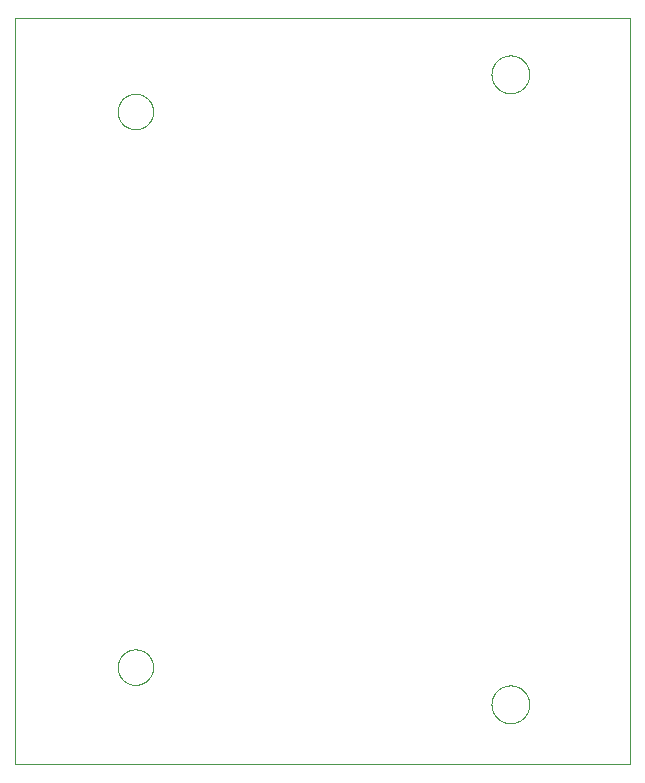
<source format=gbp>
G75*
%MOIN*%
%OFA0B0*%
%FSLAX25Y25*%
%IPPOS*%
%LPD*%
%AMOC8*
5,1,8,0,0,1.08239X$1,22.5*
%
%ADD10C,0.00000*%
D10*
X0030619Y0001000D02*
X0030619Y0249701D01*
X0235540Y0249701D01*
X0235540Y0001000D01*
X0030619Y0001000D01*
X0064713Y0033402D02*
X0064715Y0033555D01*
X0064721Y0033709D01*
X0064731Y0033862D01*
X0064745Y0034014D01*
X0064763Y0034167D01*
X0064785Y0034318D01*
X0064810Y0034469D01*
X0064840Y0034620D01*
X0064874Y0034770D01*
X0064911Y0034918D01*
X0064952Y0035066D01*
X0064997Y0035212D01*
X0065046Y0035358D01*
X0065099Y0035502D01*
X0065155Y0035644D01*
X0065215Y0035785D01*
X0065279Y0035925D01*
X0065346Y0036063D01*
X0065417Y0036199D01*
X0065492Y0036333D01*
X0065569Y0036465D01*
X0065651Y0036595D01*
X0065735Y0036723D01*
X0065823Y0036849D01*
X0065914Y0036972D01*
X0066008Y0037093D01*
X0066106Y0037211D01*
X0066206Y0037327D01*
X0066310Y0037440D01*
X0066416Y0037551D01*
X0066525Y0037659D01*
X0066637Y0037764D01*
X0066751Y0037865D01*
X0066869Y0037964D01*
X0066988Y0038060D01*
X0067110Y0038153D01*
X0067235Y0038242D01*
X0067362Y0038329D01*
X0067491Y0038411D01*
X0067622Y0038491D01*
X0067755Y0038567D01*
X0067890Y0038640D01*
X0068027Y0038709D01*
X0068166Y0038774D01*
X0068306Y0038836D01*
X0068448Y0038894D01*
X0068591Y0038949D01*
X0068736Y0039000D01*
X0068882Y0039047D01*
X0069029Y0039090D01*
X0069177Y0039129D01*
X0069326Y0039165D01*
X0069476Y0039196D01*
X0069627Y0039224D01*
X0069778Y0039248D01*
X0069931Y0039268D01*
X0070083Y0039284D01*
X0070236Y0039296D01*
X0070389Y0039304D01*
X0070542Y0039308D01*
X0070696Y0039308D01*
X0070849Y0039304D01*
X0071002Y0039296D01*
X0071155Y0039284D01*
X0071307Y0039268D01*
X0071460Y0039248D01*
X0071611Y0039224D01*
X0071762Y0039196D01*
X0071912Y0039165D01*
X0072061Y0039129D01*
X0072209Y0039090D01*
X0072356Y0039047D01*
X0072502Y0039000D01*
X0072647Y0038949D01*
X0072790Y0038894D01*
X0072932Y0038836D01*
X0073072Y0038774D01*
X0073211Y0038709D01*
X0073348Y0038640D01*
X0073483Y0038567D01*
X0073616Y0038491D01*
X0073747Y0038411D01*
X0073876Y0038329D01*
X0074003Y0038242D01*
X0074128Y0038153D01*
X0074250Y0038060D01*
X0074369Y0037964D01*
X0074487Y0037865D01*
X0074601Y0037764D01*
X0074713Y0037659D01*
X0074822Y0037551D01*
X0074928Y0037440D01*
X0075032Y0037327D01*
X0075132Y0037211D01*
X0075230Y0037093D01*
X0075324Y0036972D01*
X0075415Y0036849D01*
X0075503Y0036723D01*
X0075587Y0036595D01*
X0075669Y0036465D01*
X0075746Y0036333D01*
X0075821Y0036199D01*
X0075892Y0036063D01*
X0075959Y0035925D01*
X0076023Y0035785D01*
X0076083Y0035644D01*
X0076139Y0035502D01*
X0076192Y0035358D01*
X0076241Y0035212D01*
X0076286Y0035066D01*
X0076327Y0034918D01*
X0076364Y0034770D01*
X0076398Y0034620D01*
X0076428Y0034469D01*
X0076453Y0034318D01*
X0076475Y0034167D01*
X0076493Y0034014D01*
X0076507Y0033862D01*
X0076517Y0033709D01*
X0076523Y0033555D01*
X0076525Y0033402D01*
X0076523Y0033249D01*
X0076517Y0033095D01*
X0076507Y0032942D01*
X0076493Y0032790D01*
X0076475Y0032637D01*
X0076453Y0032486D01*
X0076428Y0032335D01*
X0076398Y0032184D01*
X0076364Y0032034D01*
X0076327Y0031886D01*
X0076286Y0031738D01*
X0076241Y0031592D01*
X0076192Y0031446D01*
X0076139Y0031302D01*
X0076083Y0031160D01*
X0076023Y0031019D01*
X0075959Y0030879D01*
X0075892Y0030741D01*
X0075821Y0030605D01*
X0075746Y0030471D01*
X0075669Y0030339D01*
X0075587Y0030209D01*
X0075503Y0030081D01*
X0075415Y0029955D01*
X0075324Y0029832D01*
X0075230Y0029711D01*
X0075132Y0029593D01*
X0075032Y0029477D01*
X0074928Y0029364D01*
X0074822Y0029253D01*
X0074713Y0029145D01*
X0074601Y0029040D01*
X0074487Y0028939D01*
X0074369Y0028840D01*
X0074250Y0028744D01*
X0074128Y0028651D01*
X0074003Y0028562D01*
X0073876Y0028475D01*
X0073747Y0028393D01*
X0073616Y0028313D01*
X0073483Y0028237D01*
X0073348Y0028164D01*
X0073211Y0028095D01*
X0073072Y0028030D01*
X0072932Y0027968D01*
X0072790Y0027910D01*
X0072647Y0027855D01*
X0072502Y0027804D01*
X0072356Y0027757D01*
X0072209Y0027714D01*
X0072061Y0027675D01*
X0071912Y0027639D01*
X0071762Y0027608D01*
X0071611Y0027580D01*
X0071460Y0027556D01*
X0071307Y0027536D01*
X0071155Y0027520D01*
X0071002Y0027508D01*
X0070849Y0027500D01*
X0070696Y0027496D01*
X0070542Y0027496D01*
X0070389Y0027500D01*
X0070236Y0027508D01*
X0070083Y0027520D01*
X0069931Y0027536D01*
X0069778Y0027556D01*
X0069627Y0027580D01*
X0069476Y0027608D01*
X0069326Y0027639D01*
X0069177Y0027675D01*
X0069029Y0027714D01*
X0068882Y0027757D01*
X0068736Y0027804D01*
X0068591Y0027855D01*
X0068448Y0027910D01*
X0068306Y0027968D01*
X0068166Y0028030D01*
X0068027Y0028095D01*
X0067890Y0028164D01*
X0067755Y0028237D01*
X0067622Y0028313D01*
X0067491Y0028393D01*
X0067362Y0028475D01*
X0067235Y0028562D01*
X0067110Y0028651D01*
X0066988Y0028744D01*
X0066869Y0028840D01*
X0066751Y0028939D01*
X0066637Y0029040D01*
X0066525Y0029145D01*
X0066416Y0029253D01*
X0066310Y0029364D01*
X0066206Y0029477D01*
X0066106Y0029593D01*
X0066008Y0029711D01*
X0065914Y0029832D01*
X0065823Y0029955D01*
X0065735Y0030081D01*
X0065651Y0030209D01*
X0065569Y0030339D01*
X0065492Y0030471D01*
X0065417Y0030605D01*
X0065346Y0030741D01*
X0065279Y0030879D01*
X0065215Y0031019D01*
X0065155Y0031160D01*
X0065099Y0031302D01*
X0065046Y0031446D01*
X0064997Y0031592D01*
X0064952Y0031738D01*
X0064911Y0031886D01*
X0064874Y0032034D01*
X0064840Y0032184D01*
X0064810Y0032335D01*
X0064785Y0032486D01*
X0064763Y0032637D01*
X0064745Y0032790D01*
X0064731Y0032942D01*
X0064721Y0033095D01*
X0064715Y0033249D01*
X0064713Y0033402D01*
X0189320Y0021000D02*
X0189322Y0021158D01*
X0189328Y0021316D01*
X0189338Y0021474D01*
X0189352Y0021632D01*
X0189370Y0021789D01*
X0189391Y0021946D01*
X0189417Y0022102D01*
X0189447Y0022258D01*
X0189480Y0022413D01*
X0189518Y0022566D01*
X0189559Y0022719D01*
X0189604Y0022871D01*
X0189653Y0023022D01*
X0189706Y0023171D01*
X0189762Y0023319D01*
X0189822Y0023465D01*
X0189886Y0023610D01*
X0189954Y0023753D01*
X0190025Y0023895D01*
X0190099Y0024035D01*
X0190177Y0024172D01*
X0190259Y0024308D01*
X0190343Y0024442D01*
X0190432Y0024573D01*
X0190523Y0024702D01*
X0190618Y0024829D01*
X0190715Y0024954D01*
X0190816Y0025076D01*
X0190920Y0025195D01*
X0191027Y0025312D01*
X0191137Y0025426D01*
X0191250Y0025537D01*
X0191365Y0025646D01*
X0191483Y0025751D01*
X0191604Y0025853D01*
X0191727Y0025953D01*
X0191853Y0026049D01*
X0191981Y0026142D01*
X0192111Y0026232D01*
X0192244Y0026318D01*
X0192379Y0026402D01*
X0192515Y0026481D01*
X0192654Y0026558D01*
X0192795Y0026630D01*
X0192937Y0026700D01*
X0193081Y0026765D01*
X0193227Y0026827D01*
X0193374Y0026885D01*
X0193523Y0026940D01*
X0193673Y0026991D01*
X0193824Y0027038D01*
X0193976Y0027081D01*
X0194129Y0027120D01*
X0194284Y0027156D01*
X0194439Y0027187D01*
X0194595Y0027215D01*
X0194751Y0027239D01*
X0194908Y0027259D01*
X0195066Y0027275D01*
X0195223Y0027287D01*
X0195382Y0027295D01*
X0195540Y0027299D01*
X0195698Y0027299D01*
X0195856Y0027295D01*
X0196015Y0027287D01*
X0196172Y0027275D01*
X0196330Y0027259D01*
X0196487Y0027239D01*
X0196643Y0027215D01*
X0196799Y0027187D01*
X0196954Y0027156D01*
X0197109Y0027120D01*
X0197262Y0027081D01*
X0197414Y0027038D01*
X0197565Y0026991D01*
X0197715Y0026940D01*
X0197864Y0026885D01*
X0198011Y0026827D01*
X0198157Y0026765D01*
X0198301Y0026700D01*
X0198443Y0026630D01*
X0198584Y0026558D01*
X0198723Y0026481D01*
X0198859Y0026402D01*
X0198994Y0026318D01*
X0199127Y0026232D01*
X0199257Y0026142D01*
X0199385Y0026049D01*
X0199511Y0025953D01*
X0199634Y0025853D01*
X0199755Y0025751D01*
X0199873Y0025646D01*
X0199988Y0025537D01*
X0200101Y0025426D01*
X0200211Y0025312D01*
X0200318Y0025195D01*
X0200422Y0025076D01*
X0200523Y0024954D01*
X0200620Y0024829D01*
X0200715Y0024702D01*
X0200806Y0024573D01*
X0200895Y0024442D01*
X0200979Y0024308D01*
X0201061Y0024172D01*
X0201139Y0024035D01*
X0201213Y0023895D01*
X0201284Y0023753D01*
X0201352Y0023610D01*
X0201416Y0023465D01*
X0201476Y0023319D01*
X0201532Y0023171D01*
X0201585Y0023022D01*
X0201634Y0022871D01*
X0201679Y0022719D01*
X0201720Y0022566D01*
X0201758Y0022413D01*
X0201791Y0022258D01*
X0201821Y0022102D01*
X0201847Y0021946D01*
X0201868Y0021789D01*
X0201886Y0021632D01*
X0201900Y0021474D01*
X0201910Y0021316D01*
X0201916Y0021158D01*
X0201918Y0021000D01*
X0201916Y0020842D01*
X0201910Y0020684D01*
X0201900Y0020526D01*
X0201886Y0020368D01*
X0201868Y0020211D01*
X0201847Y0020054D01*
X0201821Y0019898D01*
X0201791Y0019742D01*
X0201758Y0019587D01*
X0201720Y0019434D01*
X0201679Y0019281D01*
X0201634Y0019129D01*
X0201585Y0018978D01*
X0201532Y0018829D01*
X0201476Y0018681D01*
X0201416Y0018535D01*
X0201352Y0018390D01*
X0201284Y0018247D01*
X0201213Y0018105D01*
X0201139Y0017965D01*
X0201061Y0017828D01*
X0200979Y0017692D01*
X0200895Y0017558D01*
X0200806Y0017427D01*
X0200715Y0017298D01*
X0200620Y0017171D01*
X0200523Y0017046D01*
X0200422Y0016924D01*
X0200318Y0016805D01*
X0200211Y0016688D01*
X0200101Y0016574D01*
X0199988Y0016463D01*
X0199873Y0016354D01*
X0199755Y0016249D01*
X0199634Y0016147D01*
X0199511Y0016047D01*
X0199385Y0015951D01*
X0199257Y0015858D01*
X0199127Y0015768D01*
X0198994Y0015682D01*
X0198859Y0015598D01*
X0198723Y0015519D01*
X0198584Y0015442D01*
X0198443Y0015370D01*
X0198301Y0015300D01*
X0198157Y0015235D01*
X0198011Y0015173D01*
X0197864Y0015115D01*
X0197715Y0015060D01*
X0197565Y0015009D01*
X0197414Y0014962D01*
X0197262Y0014919D01*
X0197109Y0014880D01*
X0196954Y0014844D01*
X0196799Y0014813D01*
X0196643Y0014785D01*
X0196487Y0014761D01*
X0196330Y0014741D01*
X0196172Y0014725D01*
X0196015Y0014713D01*
X0195856Y0014705D01*
X0195698Y0014701D01*
X0195540Y0014701D01*
X0195382Y0014705D01*
X0195223Y0014713D01*
X0195066Y0014725D01*
X0194908Y0014741D01*
X0194751Y0014761D01*
X0194595Y0014785D01*
X0194439Y0014813D01*
X0194284Y0014844D01*
X0194129Y0014880D01*
X0193976Y0014919D01*
X0193824Y0014962D01*
X0193673Y0015009D01*
X0193523Y0015060D01*
X0193374Y0015115D01*
X0193227Y0015173D01*
X0193081Y0015235D01*
X0192937Y0015300D01*
X0192795Y0015370D01*
X0192654Y0015442D01*
X0192515Y0015519D01*
X0192379Y0015598D01*
X0192244Y0015682D01*
X0192111Y0015768D01*
X0191981Y0015858D01*
X0191853Y0015951D01*
X0191727Y0016047D01*
X0191604Y0016147D01*
X0191483Y0016249D01*
X0191365Y0016354D01*
X0191250Y0016463D01*
X0191137Y0016574D01*
X0191027Y0016688D01*
X0190920Y0016805D01*
X0190816Y0016924D01*
X0190715Y0017046D01*
X0190618Y0017171D01*
X0190523Y0017298D01*
X0190432Y0017427D01*
X0190343Y0017558D01*
X0190259Y0017692D01*
X0190177Y0017828D01*
X0190099Y0017965D01*
X0190025Y0018105D01*
X0189954Y0018247D01*
X0189886Y0018390D01*
X0189822Y0018535D01*
X0189762Y0018681D01*
X0189706Y0018829D01*
X0189653Y0018978D01*
X0189604Y0019129D01*
X0189559Y0019281D01*
X0189518Y0019434D01*
X0189480Y0019587D01*
X0189447Y0019742D01*
X0189417Y0019898D01*
X0189391Y0020054D01*
X0189370Y0020211D01*
X0189352Y0020368D01*
X0189338Y0020526D01*
X0189328Y0020684D01*
X0189322Y0020842D01*
X0189320Y0021000D01*
X0064713Y0218598D02*
X0064715Y0218751D01*
X0064721Y0218905D01*
X0064731Y0219058D01*
X0064745Y0219210D01*
X0064763Y0219363D01*
X0064785Y0219514D01*
X0064810Y0219665D01*
X0064840Y0219816D01*
X0064874Y0219966D01*
X0064911Y0220114D01*
X0064952Y0220262D01*
X0064997Y0220408D01*
X0065046Y0220554D01*
X0065099Y0220698D01*
X0065155Y0220840D01*
X0065215Y0220981D01*
X0065279Y0221121D01*
X0065346Y0221259D01*
X0065417Y0221395D01*
X0065492Y0221529D01*
X0065569Y0221661D01*
X0065651Y0221791D01*
X0065735Y0221919D01*
X0065823Y0222045D01*
X0065914Y0222168D01*
X0066008Y0222289D01*
X0066106Y0222407D01*
X0066206Y0222523D01*
X0066310Y0222636D01*
X0066416Y0222747D01*
X0066525Y0222855D01*
X0066637Y0222960D01*
X0066751Y0223061D01*
X0066869Y0223160D01*
X0066988Y0223256D01*
X0067110Y0223349D01*
X0067235Y0223438D01*
X0067362Y0223525D01*
X0067491Y0223607D01*
X0067622Y0223687D01*
X0067755Y0223763D01*
X0067890Y0223836D01*
X0068027Y0223905D01*
X0068166Y0223970D01*
X0068306Y0224032D01*
X0068448Y0224090D01*
X0068591Y0224145D01*
X0068736Y0224196D01*
X0068882Y0224243D01*
X0069029Y0224286D01*
X0069177Y0224325D01*
X0069326Y0224361D01*
X0069476Y0224392D01*
X0069627Y0224420D01*
X0069778Y0224444D01*
X0069931Y0224464D01*
X0070083Y0224480D01*
X0070236Y0224492D01*
X0070389Y0224500D01*
X0070542Y0224504D01*
X0070696Y0224504D01*
X0070849Y0224500D01*
X0071002Y0224492D01*
X0071155Y0224480D01*
X0071307Y0224464D01*
X0071460Y0224444D01*
X0071611Y0224420D01*
X0071762Y0224392D01*
X0071912Y0224361D01*
X0072061Y0224325D01*
X0072209Y0224286D01*
X0072356Y0224243D01*
X0072502Y0224196D01*
X0072647Y0224145D01*
X0072790Y0224090D01*
X0072932Y0224032D01*
X0073072Y0223970D01*
X0073211Y0223905D01*
X0073348Y0223836D01*
X0073483Y0223763D01*
X0073616Y0223687D01*
X0073747Y0223607D01*
X0073876Y0223525D01*
X0074003Y0223438D01*
X0074128Y0223349D01*
X0074250Y0223256D01*
X0074369Y0223160D01*
X0074487Y0223061D01*
X0074601Y0222960D01*
X0074713Y0222855D01*
X0074822Y0222747D01*
X0074928Y0222636D01*
X0075032Y0222523D01*
X0075132Y0222407D01*
X0075230Y0222289D01*
X0075324Y0222168D01*
X0075415Y0222045D01*
X0075503Y0221919D01*
X0075587Y0221791D01*
X0075669Y0221661D01*
X0075746Y0221529D01*
X0075821Y0221395D01*
X0075892Y0221259D01*
X0075959Y0221121D01*
X0076023Y0220981D01*
X0076083Y0220840D01*
X0076139Y0220698D01*
X0076192Y0220554D01*
X0076241Y0220408D01*
X0076286Y0220262D01*
X0076327Y0220114D01*
X0076364Y0219966D01*
X0076398Y0219816D01*
X0076428Y0219665D01*
X0076453Y0219514D01*
X0076475Y0219363D01*
X0076493Y0219210D01*
X0076507Y0219058D01*
X0076517Y0218905D01*
X0076523Y0218751D01*
X0076525Y0218598D01*
X0076523Y0218445D01*
X0076517Y0218291D01*
X0076507Y0218138D01*
X0076493Y0217986D01*
X0076475Y0217833D01*
X0076453Y0217682D01*
X0076428Y0217531D01*
X0076398Y0217380D01*
X0076364Y0217230D01*
X0076327Y0217082D01*
X0076286Y0216934D01*
X0076241Y0216788D01*
X0076192Y0216642D01*
X0076139Y0216498D01*
X0076083Y0216356D01*
X0076023Y0216215D01*
X0075959Y0216075D01*
X0075892Y0215937D01*
X0075821Y0215801D01*
X0075746Y0215667D01*
X0075669Y0215535D01*
X0075587Y0215405D01*
X0075503Y0215277D01*
X0075415Y0215151D01*
X0075324Y0215028D01*
X0075230Y0214907D01*
X0075132Y0214789D01*
X0075032Y0214673D01*
X0074928Y0214560D01*
X0074822Y0214449D01*
X0074713Y0214341D01*
X0074601Y0214236D01*
X0074487Y0214135D01*
X0074369Y0214036D01*
X0074250Y0213940D01*
X0074128Y0213847D01*
X0074003Y0213758D01*
X0073876Y0213671D01*
X0073747Y0213589D01*
X0073616Y0213509D01*
X0073483Y0213433D01*
X0073348Y0213360D01*
X0073211Y0213291D01*
X0073072Y0213226D01*
X0072932Y0213164D01*
X0072790Y0213106D01*
X0072647Y0213051D01*
X0072502Y0213000D01*
X0072356Y0212953D01*
X0072209Y0212910D01*
X0072061Y0212871D01*
X0071912Y0212835D01*
X0071762Y0212804D01*
X0071611Y0212776D01*
X0071460Y0212752D01*
X0071307Y0212732D01*
X0071155Y0212716D01*
X0071002Y0212704D01*
X0070849Y0212696D01*
X0070696Y0212692D01*
X0070542Y0212692D01*
X0070389Y0212696D01*
X0070236Y0212704D01*
X0070083Y0212716D01*
X0069931Y0212732D01*
X0069778Y0212752D01*
X0069627Y0212776D01*
X0069476Y0212804D01*
X0069326Y0212835D01*
X0069177Y0212871D01*
X0069029Y0212910D01*
X0068882Y0212953D01*
X0068736Y0213000D01*
X0068591Y0213051D01*
X0068448Y0213106D01*
X0068306Y0213164D01*
X0068166Y0213226D01*
X0068027Y0213291D01*
X0067890Y0213360D01*
X0067755Y0213433D01*
X0067622Y0213509D01*
X0067491Y0213589D01*
X0067362Y0213671D01*
X0067235Y0213758D01*
X0067110Y0213847D01*
X0066988Y0213940D01*
X0066869Y0214036D01*
X0066751Y0214135D01*
X0066637Y0214236D01*
X0066525Y0214341D01*
X0066416Y0214449D01*
X0066310Y0214560D01*
X0066206Y0214673D01*
X0066106Y0214789D01*
X0066008Y0214907D01*
X0065914Y0215028D01*
X0065823Y0215151D01*
X0065735Y0215277D01*
X0065651Y0215405D01*
X0065569Y0215535D01*
X0065492Y0215667D01*
X0065417Y0215801D01*
X0065346Y0215937D01*
X0065279Y0216075D01*
X0065215Y0216215D01*
X0065155Y0216356D01*
X0065099Y0216498D01*
X0065046Y0216642D01*
X0064997Y0216788D01*
X0064952Y0216934D01*
X0064911Y0217082D01*
X0064874Y0217230D01*
X0064840Y0217380D01*
X0064810Y0217531D01*
X0064785Y0217682D01*
X0064763Y0217833D01*
X0064745Y0217986D01*
X0064731Y0218138D01*
X0064721Y0218291D01*
X0064715Y0218445D01*
X0064713Y0218598D01*
X0189320Y0231000D02*
X0189322Y0231158D01*
X0189328Y0231316D01*
X0189338Y0231474D01*
X0189352Y0231632D01*
X0189370Y0231789D01*
X0189391Y0231946D01*
X0189417Y0232102D01*
X0189447Y0232258D01*
X0189480Y0232413D01*
X0189518Y0232566D01*
X0189559Y0232719D01*
X0189604Y0232871D01*
X0189653Y0233022D01*
X0189706Y0233171D01*
X0189762Y0233319D01*
X0189822Y0233465D01*
X0189886Y0233610D01*
X0189954Y0233753D01*
X0190025Y0233895D01*
X0190099Y0234035D01*
X0190177Y0234172D01*
X0190259Y0234308D01*
X0190343Y0234442D01*
X0190432Y0234573D01*
X0190523Y0234702D01*
X0190618Y0234829D01*
X0190715Y0234954D01*
X0190816Y0235076D01*
X0190920Y0235195D01*
X0191027Y0235312D01*
X0191137Y0235426D01*
X0191250Y0235537D01*
X0191365Y0235646D01*
X0191483Y0235751D01*
X0191604Y0235853D01*
X0191727Y0235953D01*
X0191853Y0236049D01*
X0191981Y0236142D01*
X0192111Y0236232D01*
X0192244Y0236318D01*
X0192379Y0236402D01*
X0192515Y0236481D01*
X0192654Y0236558D01*
X0192795Y0236630D01*
X0192937Y0236700D01*
X0193081Y0236765D01*
X0193227Y0236827D01*
X0193374Y0236885D01*
X0193523Y0236940D01*
X0193673Y0236991D01*
X0193824Y0237038D01*
X0193976Y0237081D01*
X0194129Y0237120D01*
X0194284Y0237156D01*
X0194439Y0237187D01*
X0194595Y0237215D01*
X0194751Y0237239D01*
X0194908Y0237259D01*
X0195066Y0237275D01*
X0195223Y0237287D01*
X0195382Y0237295D01*
X0195540Y0237299D01*
X0195698Y0237299D01*
X0195856Y0237295D01*
X0196015Y0237287D01*
X0196172Y0237275D01*
X0196330Y0237259D01*
X0196487Y0237239D01*
X0196643Y0237215D01*
X0196799Y0237187D01*
X0196954Y0237156D01*
X0197109Y0237120D01*
X0197262Y0237081D01*
X0197414Y0237038D01*
X0197565Y0236991D01*
X0197715Y0236940D01*
X0197864Y0236885D01*
X0198011Y0236827D01*
X0198157Y0236765D01*
X0198301Y0236700D01*
X0198443Y0236630D01*
X0198584Y0236558D01*
X0198723Y0236481D01*
X0198859Y0236402D01*
X0198994Y0236318D01*
X0199127Y0236232D01*
X0199257Y0236142D01*
X0199385Y0236049D01*
X0199511Y0235953D01*
X0199634Y0235853D01*
X0199755Y0235751D01*
X0199873Y0235646D01*
X0199988Y0235537D01*
X0200101Y0235426D01*
X0200211Y0235312D01*
X0200318Y0235195D01*
X0200422Y0235076D01*
X0200523Y0234954D01*
X0200620Y0234829D01*
X0200715Y0234702D01*
X0200806Y0234573D01*
X0200895Y0234442D01*
X0200979Y0234308D01*
X0201061Y0234172D01*
X0201139Y0234035D01*
X0201213Y0233895D01*
X0201284Y0233753D01*
X0201352Y0233610D01*
X0201416Y0233465D01*
X0201476Y0233319D01*
X0201532Y0233171D01*
X0201585Y0233022D01*
X0201634Y0232871D01*
X0201679Y0232719D01*
X0201720Y0232566D01*
X0201758Y0232413D01*
X0201791Y0232258D01*
X0201821Y0232102D01*
X0201847Y0231946D01*
X0201868Y0231789D01*
X0201886Y0231632D01*
X0201900Y0231474D01*
X0201910Y0231316D01*
X0201916Y0231158D01*
X0201918Y0231000D01*
X0201916Y0230842D01*
X0201910Y0230684D01*
X0201900Y0230526D01*
X0201886Y0230368D01*
X0201868Y0230211D01*
X0201847Y0230054D01*
X0201821Y0229898D01*
X0201791Y0229742D01*
X0201758Y0229587D01*
X0201720Y0229434D01*
X0201679Y0229281D01*
X0201634Y0229129D01*
X0201585Y0228978D01*
X0201532Y0228829D01*
X0201476Y0228681D01*
X0201416Y0228535D01*
X0201352Y0228390D01*
X0201284Y0228247D01*
X0201213Y0228105D01*
X0201139Y0227965D01*
X0201061Y0227828D01*
X0200979Y0227692D01*
X0200895Y0227558D01*
X0200806Y0227427D01*
X0200715Y0227298D01*
X0200620Y0227171D01*
X0200523Y0227046D01*
X0200422Y0226924D01*
X0200318Y0226805D01*
X0200211Y0226688D01*
X0200101Y0226574D01*
X0199988Y0226463D01*
X0199873Y0226354D01*
X0199755Y0226249D01*
X0199634Y0226147D01*
X0199511Y0226047D01*
X0199385Y0225951D01*
X0199257Y0225858D01*
X0199127Y0225768D01*
X0198994Y0225682D01*
X0198859Y0225598D01*
X0198723Y0225519D01*
X0198584Y0225442D01*
X0198443Y0225370D01*
X0198301Y0225300D01*
X0198157Y0225235D01*
X0198011Y0225173D01*
X0197864Y0225115D01*
X0197715Y0225060D01*
X0197565Y0225009D01*
X0197414Y0224962D01*
X0197262Y0224919D01*
X0197109Y0224880D01*
X0196954Y0224844D01*
X0196799Y0224813D01*
X0196643Y0224785D01*
X0196487Y0224761D01*
X0196330Y0224741D01*
X0196172Y0224725D01*
X0196015Y0224713D01*
X0195856Y0224705D01*
X0195698Y0224701D01*
X0195540Y0224701D01*
X0195382Y0224705D01*
X0195223Y0224713D01*
X0195066Y0224725D01*
X0194908Y0224741D01*
X0194751Y0224761D01*
X0194595Y0224785D01*
X0194439Y0224813D01*
X0194284Y0224844D01*
X0194129Y0224880D01*
X0193976Y0224919D01*
X0193824Y0224962D01*
X0193673Y0225009D01*
X0193523Y0225060D01*
X0193374Y0225115D01*
X0193227Y0225173D01*
X0193081Y0225235D01*
X0192937Y0225300D01*
X0192795Y0225370D01*
X0192654Y0225442D01*
X0192515Y0225519D01*
X0192379Y0225598D01*
X0192244Y0225682D01*
X0192111Y0225768D01*
X0191981Y0225858D01*
X0191853Y0225951D01*
X0191727Y0226047D01*
X0191604Y0226147D01*
X0191483Y0226249D01*
X0191365Y0226354D01*
X0191250Y0226463D01*
X0191137Y0226574D01*
X0191027Y0226688D01*
X0190920Y0226805D01*
X0190816Y0226924D01*
X0190715Y0227046D01*
X0190618Y0227171D01*
X0190523Y0227298D01*
X0190432Y0227427D01*
X0190343Y0227558D01*
X0190259Y0227692D01*
X0190177Y0227828D01*
X0190099Y0227965D01*
X0190025Y0228105D01*
X0189954Y0228247D01*
X0189886Y0228390D01*
X0189822Y0228535D01*
X0189762Y0228681D01*
X0189706Y0228829D01*
X0189653Y0228978D01*
X0189604Y0229129D01*
X0189559Y0229281D01*
X0189518Y0229434D01*
X0189480Y0229587D01*
X0189447Y0229742D01*
X0189417Y0229898D01*
X0189391Y0230054D01*
X0189370Y0230211D01*
X0189352Y0230368D01*
X0189338Y0230526D01*
X0189328Y0230684D01*
X0189322Y0230842D01*
X0189320Y0231000D01*
M02*

</source>
